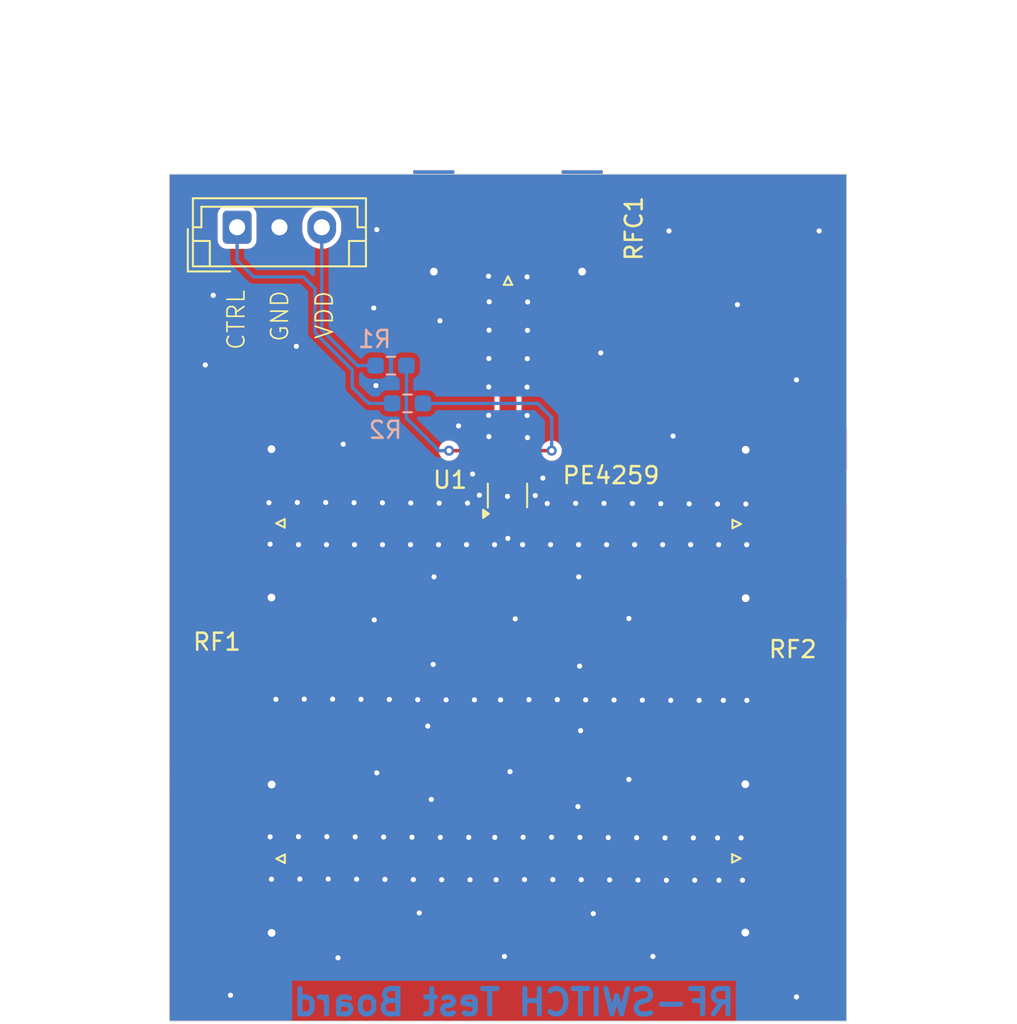
<source format=kicad_pcb>
(kicad_pcb (version 20240108) (generator "pcbnew") (generator_version "8.0")
  (layers (0 "F.Cu" signal) (31 "B.Cu" signal) (34 "B.Paste" user) (35 "F.Paste" user) (36 "B.SilkS" user "B.Silkscreen") (37 "F.SilkS" user "F.Silkscreen") (38 "B.Mask" user) (39 "F.Mask" user) (44 "Edge.Cuts" user))
  (net 0 "")
  (net 1 "GND")
  (net 2 "Net-(RF1-In)")
  (net 3 "Net-(RF2-In)")
  (net 4 "Net-(RFC1-In)")
  (net 5 "Net-(J5-In)")
  (net 6 "Net-(J1-Pin_3)")
  (net 7 "Net-(U1-V1)")
  (net 8 "Net-(J1-Pin_1)")
  (net 9 "Net-(U1-V2)")
  (footprint "Connector_Coaxial:SMA_Molex_73251-1153_EdgeMount_Horizontal" (layer "F.Cu") (at 170 51 -90)
    (property "Reference" "RFC1" (at -0.83 -7.44 90) (layer "F.SilkS"))
    (property "Value" "Conn_Coaxial" (hide yes))
    (fp_line (start 2.5 0.25) (end 2 0) (stroke (width 0.12)) (layer "F.SilkS"))
    (fp_line (start 2 0) (end 2.5 -0.25) (stroke (width 0.12)) (layer "F.SilkS"))
    (fp_line (start 2.5 -0.25) (end 2.5 0.25) (stroke (width 0.12)) (layer "F.SilkS"))
    (pad "1" smd rect (at -1.24 0 270) (size 5.08 2.29) (layers "F.Cu" "F.Paste" "F.Mask") (net 4 "Net-(RFC1-In)"))
    (pad "2" smd rect (at -1.72 -4.38 270) (size 5.08 2.42) (layers "F.Cu" "F.Paste" "F.Mask") (net 1 "GND"))
    (pad "2" smd rect (at -1.72 -4.38 270) (size 5.08 2.42) (layers "B.Cu" "B.Paste" "B.Mask") (net 1 "GND"))
    (pad "2" smd rect (at -1.72 4.38 270) (size 5.08 2.42) (layers "F.Cu" "F.Paste" "F.Mask") (net 1 "GND"))
    (pad "2" smd rect (at -1.72 4.38 270) (size 5.08 2.42) (layers "B.Cu" "B.Paste" "B.Mask") (net 1 "GND"))
    (pad "2" smd rect (at 1.27 -4.38 270) (size 0.95 0.46) (layers "F.Cu") (net 1 "GND"))
    (pad "2" smd rect (at 1.27 -4.38 270) (size 0.95 0.46) (layers "B.Cu") (net 1 "GND"))
    (pad "2" smd rect (at 1.27 4.38 270) (size 0.95 0.46) (layers "F.Cu") (net 1 "GND"))
    (pad "2" smd rect (at 1.27 4.38 270) (size 0.95 0.46) (layers "B.Cu") (net 1 "GND"))
    (pad "2" thru_hole circle (at 1.72 -4.38 270) (size 0.97 0.97) (drill 0.46) (layers "*.Cu") (net 1 "GND"))
    (pad "2" thru_hole circle (at 1.72 4.38 270) (size 0.97 0.97) (drill 0.46) (layers "*.Cu") (net 1 "GND"))
  )
  (footprint "Connector_Coaxial:SMA_Molex_73251-1153_EdgeMount_Horizontal" (layer "F.Cu") (at 154.31 67.58)
    (property "Reference" "RF1" (at -1.5 7 0) (layer "F.SilkS"))
    (property "Value" "Conn_Coaxial" (hide yes))
    (fp_line (start 2 0) (end 2.5 -0.25) (stroke (width 0.12)) (layer "F.SilkS"))
    (fp_line (start 2.5 -0.25) (end 2.5 0.25) (stroke (width 0.12)) (layer "F.SilkS"))
    (fp_line (start 2.5 0.25) (end 2 0) (stroke (width 0.12)) (layer "F.SilkS"))
    (pad "1" smd rect (at -1.72 0) (size 5.08 2.29) (layers "F.Cu" "F.Paste" "F.Mask") (net 2 "Net-(RF1-In)"))
    (pad "2" smd rect (at -1.72 -4.38) (size 5.08 2.42) (layers "F.Cu" "F.Paste" "F.Mask") (net 1 "GND"))
    (pad "2" smd rect (at -1.72 -4.38) (size 5.08 2.42) (layers "B.Cu" "B.Paste" "B.Mask") (net 1 "GND"))
    (pad "2" smd rect (at -1.72 4.38) (size 5.08 2.42) (layers "F.Cu" "F.Paste" "F.Mask") (net 1 "GND"))
    (pad "2" smd rect (at -1.72 4.38) (size 5.08 2.42) (layers "B.Cu" "B.Paste" "B.Mask") (net 1 "GND"))
    (pad "2" smd rect (at 1.27 -4.38) (size 0.95 0.46) (layers "F.Cu") (net 1 "GND"))
    (pad "2" smd rect (at 1.27 -4.38) (size 0.95 0.46) (layers "B.Cu") (net 1 "GND"))
    (pad "2" smd rect (at 1.27 4.38) (size 0.95 0.46) (layers "F.Cu") (net 1 "GND"))
    (pad "2" smd rect (at 1.27 4.38) (size 0.95 0.46) (layers "B.Cu") (net 1 "GND"))
    (pad "2" thru_hole circle (at 1.72 -4.38) (size 0.97 0.97) (drill 0.46) (layers "*.Cu") (net 1 "GND"))
    (pad "2" thru_hole circle (at 1.72 4.38) (size 0.97 0.97) (drill 0.46) (layers "*.Cu") (net 1 "GND"))
  )
  (footprint "Connector_Coaxial:SMA_Molex_73251-1153_EdgeMount_Horizontal" (layer "F.Cu") (at 185.74 87.36 180)
    (property "Reference" "J6" (hide yes))
    (property "Value" "Conn_Coaxial" (hide yes))
    (fp_line (start 2.5 0.25) (end 2 0) (stroke (width 0.12)) (layer "F.SilkS"))
    (fp_line (start 2.5 -0.25) (end 2.5 0.25) (stroke (width 0.12)) (layer "F.SilkS"))
    (fp_line (start 2 0) (end 2.5 -0.25) (stroke (width 0.12)) (layer "F.SilkS"))
    (pad "1" smd rect (at -1.72 0 180) (size 5.08 2.29) (layers "F.Cu" "F.Paste" "F.Mask") (net 5 "Net-(J5-In)"))
    (pad "2" smd rect (at -1.72 -4.38 180) (size 5.08 2.42) (layers "F.Cu" "F.Paste" "F.Mask") (net 1 "GND"))
    (pad "2" smd rect (at -1.72 -4.38 180) (size 5.08 2.42) (layers "B.Cu" "B.Paste" "B.Mask") (net 1 "GND"))
    (pad "2" smd rect (at -1.72 4.38 180) (size 5.08 2.42) (layers "F.Cu" "F.Paste" "F.Mask") (net 1 "GND"))
    (pad "2" smd rect (at -1.72 4.38 180) (size 5.08 2.42) (layers "B.Cu" "B.Paste" "B.Mask") (net 1 "GND"))
    (pad "2" smd rect (at 1.27 -4.38 180) (size 0.95 0.46) (layers "F.Cu") (net 1 "GND"))
    (pad "2" smd rect (at 1.27 -4.38 180) (size 0.95 0.46) (layers "B.Cu") (net 1 "GND"))
    (pad "2" smd rect (at 1.27 4.38 180) (size 0.95 0.46) (layers "F.Cu") (net 1 "GND"))
    (pad "2" smd rect (at 1.27 4.38 180) (size 0.95 0.46) (layers "B.Cu") (net 1 "GND"))
    (pad "2" thru_hole circle (at 1.72 -4.38 180) (size 0.97 0.97) (drill 0.46) (layers "*.Cu") (net 1 "GND"))
    (pad "2" thru_hole circle (at 1.72 4.38 180) (size 0.97 0.97) (drill 0.46) (layers "*.Cu") (net 1 "GND"))
  )
  (footprint "Connector_Coaxial:SMA_Molex_73251-1153_EdgeMount_Horizontal" (layer "F.Cu") (at 185.76 67.62 180)
    (property "Reference" "RF2" (at -1.06 -7.4 0) (layer "F.SilkS"))
    (property "Value" "Conn_Coaxial" (hide yes))
    (fp_line (start 2.5 0.25) (end 2 0) (stroke (width 0.12)) (layer "F.SilkS"))
    (fp_line (start 2.5 -0.25) (end 2.5 0.25) (stroke (width 0.12)) (layer "F.SilkS"))
    (fp_line (start 2 0) (end 2.5 -0.25) (stroke (width 0.12)) (layer "F.SilkS"))
    (pad "1" smd rect (at -1.72 0 180) (size 5.08 2.29) (layers "F.Cu" "F.Paste" "F.Mask") (net 3 "Net-(RF2-In)"))
    (pad "2" smd rect (at -1.72 -4.38 180) (size 5.08 2.42) (layers "F.Cu" "F.Paste" "F.Mask") (net 1 "GND"))
    (pad "2" smd rect (at -1.72 -4.38 180) (size 5.08 2.42) (layers "B.Cu" "B.Paste" "B.Mask") (net 1 "GND"))
    (pad "2" smd rect (at -1.72 4.38 180) (size 5.08 2.42) (layers "F.Cu" "F.Paste" "F.Mask") (net 1 "GND"))
    (pad "2" smd rect (at -1.72 4.38 180) (size 5.08 2.42) (layers "B.Cu" "B.Paste" "B.Mask") (net 1 "GND"))
    (pad "2" smd rect (at 1.27 -4.38 180) (size 0.95 0.46) (layers "F.Cu") (net 1 "GND"))
    (pad "2" smd rect (at 1.27 -4.38 180) (size 0.95 0.46) (layers "B.Cu") (net 1 "GND"))
    (pad "2" smd rect (at 1.27 4.38 180) (size 0.95 0.46) (layers "F.Cu") (net 1 "GND"))
    (pad "2" smd rect (at 1.27 4.38 180) (size 0.95 0.46) (layers "B.Cu") (net 1 "GND"))
    (pad "2" thru_hole circle (at 1.72 -4.38 180) (size 0.97 0.97) (drill 0.46) (layers "*.Cu") (net 1 "GND"))
    (pad "2" thru_hole circle (at 1.72 4.38 180) (size 0.97 0.97) (drill 0.46) (layers "*.Cu") (net 1 "GND"))
  )
  (footprint "Package_TO_SOT_SMD:SOT-363_SC-70-6_Handsoldering" (layer "F.Cu") (at 169.97 65.9375 90)
    (property "Reference" "U1" (at 0.9175 -3.39 180) (layer "F.SilkS"))
    (property "Value" "PE4259" (at 1.1875 6.12 0) (layer "F.SilkS"))
    (fp_line (start -0.71 -1.16) (end 0.7 -1.16) (stroke (width 0.12)) (layer "F.SilkS"))
    (fp_line (start -0.7 1.16) (end 0.7 1.16) (stroke (width 0.12)) (layer "F.SilkS"))
    (fp_poly (pts (xy -1.08 -1.11) (xy -1.32 -1.44) (xy -0.84 -1.44) (xy -1.08 -1.11)) (stroke (width 0.12)) (fill solid) (layer "F.SilkS"))
    (pad "1" smd roundrect (at -1.33 -0.65 90) (size 1.5 0.4) (layers "F.Cu" "F.Paste" "F.Mask") (net 2 "Net-(RF1-In)"))
    (pad "2" smd roundrect (at -1.33 0 90) (size 1.5 0.4) (layers "F.Cu" "F.Paste" "F.Mask") (net 1 "GND"))
    (pad "3" smd roundrect (at -1.33 0.65 90) (size 1.5 0.4) (layers "F.Cu" "F.Paste" "F.Mask") (net 3 "Net-(RF2-In)"))
    (pad "4" smd roundrect (at 1.33 0.65 90) (size 1.5 0.4) (layers "F.Cu" "F.Paste" "F.Mask") (net 9 "Net-(U1-V2)"))
    (pad "5" smd roundrect (at 1.33 0 90) (size 1.5 0.4) (layers "F.Cu" "F.Paste" "F.Mask") (net 4 "Net-(RFC1-In)"))
    (pad "6" smd roundrect (at 1.33 -0.65 90) (size 1.5 0.4) (layers "F.Cu" "F.Paste" "F.Mask") (net 7 "Net-(U1-V1)"))
  )
  (footprint "Connector_JST:JST_EH_B3B-EH-A_1x03_P2.50mm_Vertical" (layer "F.Cu") (at 154 50.1)
    (property "Reference" "J1" (hide yes))
    (property "Value" "Conn_01x03_Socket" (hide yes))
    (fp_line (start -2.91 0.11) (end -2.91 2.61) (stroke (width 0.12)) (layer "F.SilkS"))
    (fp_line (start -2.91 2.61) (end -0.41 2.61) (stroke (width 0.12)) (layer "F.SilkS"))
    (fp_line (start -2.61 -1.71) (end -2.61 2.31) (stroke (width 0.12)) (layer "F.SilkS"))
    (fp_line (start -2.61 0) (end -2.11 0) (stroke (width 0.12)) (layer "F.SilkS"))
    (fp_line (start -2.61 0.81) (end -1.61 0.81) (stroke (width 0.12)) (layer "F.SilkS"))
    (fp_line (start -2.61 2.31) (end 7.61 2.31) (stroke (width 0.12)) (layer "F.SilkS"))
    (fp_line (start -2.11 -1.21) (end 7.11 -1.21) (stroke (width 0.12)) (layer "F.SilkS"))
    (fp_line (start -2.11 0) (end -2.11 -1.21) (stroke (width 0.12)) (layer "F.SilkS"))
    (fp_line (start -1.61 0.81) (end -1.61 2.31) (stroke (width 0.12)) (layer "F.SilkS"))
    (fp_line (start 6.61 0.81) (end 6.61 2.31) (stroke (width 0.12)) (layer "F.SilkS"))
    (fp_line (start 7.11 -1.21) (end 7.11 0) (stroke (width 0.12)) (layer "F.SilkS"))
    (fp_line (start 7.11 0) (end 7.61 0) (stroke (width 0.12)) (layer "F.SilkS"))
    (fp_line (start 7.61 -1.71) (end -2.61 -1.71) (stroke (width 0.12)) (layer "F.SilkS"))
    (fp_line (start 7.61 0.81) (end 6.61 0.81) (stroke (width 0.12)) (layer "F.SilkS"))
    (fp_line (start 7.61 2.31) (end 7.61 -1.71) (stroke (width 0.12)) (layer "F.SilkS"))
    (pad "1" thru_hole roundrect (at 0 0) (size 1.7 1.95) (drill 0.95) (layers "*.Cu" "*.Mask") (roundrect_rratio 0.147059) (net 8 "Net-(J1-Pin_1)"))
    (pad "2" thru_hole oval (at 2.5 0) (size 1.7 1.95) (drill 0.95) (layers "*.Cu" "*.Mask") (net 1 "GND"))
    (pad "3" thru_hole oval (at 5 0) (size 1.7 1.95) (drill 0.95) (layers "*.Cu" "*.Mask") (net 6 "Net-(J1-Pin_3)"))
  )
  (footprint "Connector_Coaxial:SMA_Molex_73251-1153_EdgeMount_Horizontal" (layer "F.Cu") (at 154.32 87.38)
    (property "Reference" "J5" (hide yes))
    (property "Value" "Conn_Coaxial" (hide yes))
    (fp_line (start 2 0) (end 2.5 -0.25) (stroke (width 0.12)) (layer "F.SilkS"))
    (fp_line (start 2.5 -0.25) (end 2.5 0.25) (stroke (width 0.12)) (layer "F.SilkS"))
    (fp_line (start 2.5 0.25) (end 2 0) (stroke (width 0.12)) (layer "F.SilkS"))
    (pad "1" smd rect (at -1.72 0) (size 5.08 2.29) (layers "F.Cu" "F.Paste" "F.Mask") (net 5 "Net-(J5-In)"))
    (pad "2" smd rect (at -1.72 -4.38) (size 5.08 2.42) (layers "F.Cu" "F.Paste" "F.Mask") (net 1 "GND"))
    (pad "2" smd rect (at -1.72 -4.38) (size 5.08 2.42) (layers "B.Cu" "B.Paste" "B.Mask") (net 1 "GND"))
    (pad "2" smd rect (at -1.72 4.38) (size 5.08 2.42) (layers "F.Cu" "F.Paste" "F.Mask") (net 1 "GND"))
    (pad "2" smd rect (at -1.72 4.38) (size 5.08 2.42) (layers "B.Cu" "B.Paste" "B.Mask") (net 1 "GND"))
    (pad "2" smd rect (at 1.27 -4.38) (size 0.95 0.46) (layers "F.Cu") (net 1 "GND"))
    (pad "2" smd rect (at 1.27 -4.38) (size 0.95 0.46) (layers "B.Cu") (net 1 "GND"))
    (pad "2" smd rect (at 1.27 4.38) (size 0.95 0.46) (layers "F.Cu") (net 1 "GND"))
    (pad "2" smd rect (at 1.27 4.38) (size 0.95 0.46) (layers "B.Cu") (net 1 "GND"))
    (pad "2" thru_hole circle (at 1.72 -4.38) (size 0.97 0.97) (drill 0.46) (layers "*.Cu") (net 1 "GND"))
    (pad "2" thru_hole circle (at 1.72 4.38) (size 0.97 0.97) (drill 0.46) (layers "*.Cu") (net 1 "GND"))
  )
  (footprint "Resistor_SMD:R_0603_1608Metric_Pad0.98x0.95mm_HandSolder" (layer "B.Cu") (at 163.09 58.27 180)
    (property "Reference" "R1" (at 0.97 1.56 0) (layer "B.SilkS") (effects (justify mirror)))
    (property "Value" "1k")
    (fp_line (start 0.254724 0.5225) (end -0.254724 0.5225) (stroke (width 0.12)) (layer "B.SilkS"))
    (fp_line (start 0.254724 -0.5225) (end -0.254724 -0.5225) (stroke (width 0.12)) (layer "B.SilkS"))
    (pad "1" smd roundrect (at -0.9125 0 180) (size 0.975 0.95) (layers "B.Cu" "B.Paste" "B.Mask") (net 7 "Net-(U1-V1)"))
    (pad "2" smd roundrect (at 0.9125 0 180) (size 0.975 0.95) (layers "B.Cu" "B.Paste" "B.Mask") (net 6 "Net-(J1-Pin_3)"))
  )
  (footprint "Resistor_SMD:R_0603_1608Metric_Pad0.98x0.95mm_HandSolder" (layer "B.Cu") (at 164.0675 60.5 180)
    (property "Reference" "R2" (at 1.3075 -1.57 0) (layer "B.SilkS") (effects (justify mirror)))
    (property "Value" "1k")
    (fp_line (start 0.254724 0.5225) (end -0.254724 0.5225) (stroke (width 0.12)) (layer "B.SilkS"))
    (fp_line (start 0.254724 -0.5225) (end -0.254724 -0.5225) (stroke (width 0.12)) (layer "B.SilkS"))
    (pad "1" smd roundrect (at -0.9125 0 180) (size 0.975 0.95) (layers "B.Cu" "B.Paste" "B.Mask") (net 9 "Net-(U1-V2)"))
    (pad "2" smd roundrect (at 0.9125 0 180) (size 0.975 0.95) (layers "B.Cu" "B.Paste" "B.Mask") (net 8 "Net-(J1-Pin_1)"))
  )
  (gr_rect (start 150 46.97) (end 190 96.97) (stroke (width 0.05)) (fill none) (layer "Edge.Cuts"))
  (gr_text "DJ1YR" (at 190 46.97 180) (layer "F.Cu") (effects (font (size 1.5 1.5) (thickness 0.3) (bold yes)) (justify left bottom)))
  (gr_text "RF-SWITCH Test Board" (at 183.55 96.74 0) (layer "B.Cu") (effects (font (size 1.5 1.5) (thickness 0.3) (bold yes)) (justify left bottom mirror)))
  (gr_text "VDD" (at 159.74 56.77 90) (layer "F.SilkS") (effects (font (size 1 1) (thickness 0.1)) (justify left bottom)))
  (gr_text "GND" (at 157.1 56.93 90) (layer "F.SilkS") (effects (font (size 1 1) (thickness 0.1)) (justify left bottom)))
  (gr_text "CTRL" (at 154.53 57.42 90) (layer "F.SilkS") (effects (font (size 1 1) (thickness 0.1)) (justify left bottom)))
  (via (at 152.59 54.12) (size 0.6) (drill 0.3) (layers "F.Cu" "B.Cu") (net 1))
  (via (at 174.29 79.82) (size 0.6) (drill 0.3) (layers "F.Cu" "B.Cu") (net 1))
  (via (at 179.13606 68.84) (size 0.6) (drill 0.3) (layers "F.Cu" "B.Cu") (net 1))
  (via (at 156.29 77.97) (size 0.6) (drill 0.3) (layers "F.Cu" "B.Cu") (net 1))
  (via (at 168.87 62.46) (size 0.6) (drill 0.3) (layers "F.Cu" "B.Cu") (net 1))
  (via (at 183.85 88.65) (size 0.6) (drill 0.3) (layers "F.Cu" "B.Cu") (net 1))
  (via (at 170.895714 86.11) (size 0.6) (drill 0.3) (layers "F.Cu" "B.Cu") (net 1))
  (via (at 182.38 86.15) (size 0.6) (drill 0.3) (layers "F.Cu" "B.Cu") (net 1))
  (via (at 171.13 59.538572) (size 0.6) (drill 0.3) (layers "F.Cu" "B.Cu") (net 1))
  (via (at 164.32857 86.11) (size 0.6) (drill 0.3) (layers "F.Cu" "B.Cu") (net 1))
  (via (at 161.317142 77.97) (size 0.6) (drill 0.3) (layers "F.Cu" "B.Cu") (net 1))
  (via (at 172.651428 88.61) (size 0.6) (drill 0.3) (layers "F.Cu" "B.Cu") (net 1))
  (via (at 162.652856 86.1) (size 0.6) (drill 0.3) (layers "F.Cu" "B.Cu") (net 1))
  (via (at 159.96 93.23) (size 0.6) (drill 0.3) (layers "F.Cu" "B.Cu") (net 1))
  (via (at 164.66857 77.99) (size 0.6) (drill 0.3) (layers "F.Cu" "B.Cu") (net 1))
  (via (at 168.86 61.204286) (size 0.6) (drill 0.3) (layers "F.Cu" "B.Cu") (net 1))
  (via (at 167.08 61.83) (size 0.6) (drill 0.3) (layers "F.Cu" "B.Cu") (net 1))
  (via (at 169.22 86.12) (size 0.6) (drill 0.3) (layers "F.Cu" "B.Cu") (net 1))
  (via (at 176.002856 88.63) (size 0.6) (drill 0.3) (layers "F.Cu" "B.Cu") (net 1))
  (via (at 168.31 65.92) (size 0.6) (drill 0.3) (layers "F.Cu" "B.Cu") (net 1))
  (via (at 177.67857 88.64) (size 0.6) (drill 0.3) (layers "F.Cu" "B.Cu") (net 1))
  (via (at 170.86285 68.84) (size 0.6) (drill 0.3) (layers "F.Cu" "B.Cu") (net 1))
  (via (at 172.571428 86.11) (size 0.6) (drill 0.3) (layers "F.Cu" "B.Cu") (net 1))
  (via (at 168.87 57.852858) (size 0.6) (drill 0.3) (layers "F.Cu" "B.Cu") (net 1))
  (via (at 169.56 78) (size 0.6) (drill 0.3) (layers "F.Cu" "B.Cu") (net 1))
  (via (at 171.14 57.862858) (size 0.6) (drill 0.3) (layers "F.Cu" "B.Cu") (net 1))
  (via (at 168.85 52.99) (size 0.6) (drill 0.3) (layers "F.Cu" "B.Cu") (net 1))
  (via (at 168.89 54.50143) (size 0.6) (drill 0.3) (layers "F.Cu" "B.Cu") (net 1))
  (via (at 170.975714 88.61) (size 0.6) (drill 0.3) (layers "F.Cu" "B.Cu") (net 1))
  (via (at 165.934284 66.39) (size 0.6) (drill 0.3) (layers "F.Cu" "B.Cu") (net 1))
  (via (at 159.280356 68.84) (size 0.6) (drill 0.3) (layers "F.Cu" "B.Cu") (net 1))
  (via (at 173.995714 66.4) (size 0.6) (drill 0.3) (layers "F.Cu" "B.Cu") (net 1))
  (via (at 174.18 70.74) (size 0.6) (drill 0.3) (layers "F.Cu" "B.Cu") (net 1))
  (via (at 164.25857 66.38) (size 0.6) (drill 0.3) (layers "F.Cu" "B.Cu") (net 1))
  (via (at 177.59857 86.14) (size 0.6) (drill 0.3) (layers "F.Cu" "B.Cu") (net 1))
  (via (at 174.13 84.3) (size 0.6) (drill 0.3) (layers "F.Cu" "B.Cu") (net 1))
  (via (at 171.13 53.03) (size 0.6) (drill 0.3) (layers "F.Cu" "B.Cu") (net 1))
  (via (at 184.05 66.44) (size 0.6) (drill 0.3) (layers "F.Cu" "B.Cu") (net 1))
  (via (at 180.95 86.15) (size 0.6) (drill 0.3) (layers "F.Cu" "B.Cu") (net 1))
  (via (at 179.51 50.32) (size 0.6) (drill 0.3) (layers "F.Cu" "B.Cu") (net 1))
  (via (at 175.04 90.62) (size 0.6) (drill 0.3) (layers "F.Cu" "B.Cu") (net 1))
  (via (at 169.99 68.47) (size 0.6) (drill 0.3) (layers "F.Cu" "B.Cu") (net 1))
  (via (at 161.057142 88.59) (size 0.6) (drill 0.3) (layers "F.Cu" "B.Cu") (net 1))
  (via (at 182.374284 66.44) (size 0.6) (drill 0.3) (layers "F.Cu" "B.Cu") (net 1))
  (via (at 162.2 59.45) (size 0.6) (drill 0.3) (layers "F.Cu" "B.Cu") (net 1))
  (via (at 179.614284 78.03) (size 0.6) (drill 0.3) (layers "F.Cu" "B.Cu") (net 1))
  (via (at 165.58 75.91) (size 0.6) (drill 0.3) (layers "F.Cu" "B.Cu") (net 1))
  (via (at 179.354284 88.65) (size 0.6) (drill 0.3) (layers "F.Cu" "B.Cu") (net 1))
  (via (at 184.1 68.84) (size 0.6) (drill 0.3) (layers "F.Cu" "B.Cu") (net 1))
  (via (at 174.172134 68.84) (size 0.6) (drill 0.3) (layers "F.Cu" "B.Cu") (net 1))
  (via (at 169.97 65.99) (size 0.6) (drill 0.3) (layers "F.Cu" "B.Cu") (net 1))
  (via (at 162.25 82.31) (size 0.6) (drill 0.3) (layers "F.Cu" "B.Cu") (net 1))
  (via (at 180.69857 66.43) (size 0.6) (drill 0.3) (layers "F.Cu" "B.Cu") (net 1))
  (via (at 164.40857 88.61) (size 0.6) (drill 0.3) (layers "F.Cu" "B.Cu") (net 1))
  (via (at 157.5 57.13) (size 0.6) (drill 0.3) (layers "F.Cu" "B.Cu") (net 1))
  (via (at 160.907142 66.36) (size 0.6) (drill 0.3) (layers "F.Cu" "B.Cu") (net 1))
  (via (at 179.274284 86.15) (size 0.6) (drill 0.3) (layers "F.Cu" "B.Cu") (net 1))
  (via (at 184.11 78.03) (size 0.6) (drill 0.3) (layers "F.Cu" "B.Cu") (net 1))
  (via (at 160.934998 68.84) (size 0.6) (drill 0.3) (layers "F.Cu" "B.Cu") (net 1))
  (via (at 159.301428 86.08) (size 0.6) (drill 0.3) (layers "F.Cu" "B.Cu") (net 1))
  (via (at 167.76 88.62) (size 0.6) (drill 0.3) (layers "F.Cu" "B.Cu") (net 1))
  (via (at 181.29 78.03) (size 0.6) (drill 0.3) (layers "F.Cu" "B.Cu") (net 1))
  (via (at 162.732856 88.6) (size 0.6) (drill 0.3) (layers "F.Cu" "B.Cu") (net 1))
  (via (at 177.347142 66.41) (size 0.6) (drill 0.3) (layers "F.Cu" "B.Cu") (net 1))
  (via (at 164.76 90.58) (size 0.6) (drill 0.3) (layers "F.Cu" "B.Cu") (net 1))
  (via (at 177.14 73.2) (size 0.6) (drill 0.3) (layers "F.Cu" "B.Cu") (net 1))
  (via (at 182.46 88.65) (size 0.6) (drill 0.3) (layers "F.Cu" "B.Cu") (net 1))
  (via (at 170.12 82.24) (size 0.6) (drill 0.3) (layers "F.Cu" "B.Cu") (net 1))
  (via (at 167.91 64.67) (size 0.6) (drill 0.3) (layers "F.Cu" "B.Cu") (net 1))
  (via (at 155.88 66.36) (size 0.6) (drill 0.3) (layers "F.Cu" "B.Cu") (net 1))
  (via (at 162.582856 66.37) (size 0.6) (drill 0.3) (layers "F.Cu" "B.Cu") (net 1))
  (via (at 177.14 82.7) (size 0.6) (drill 0.3) (layers "F.Cu" "B.Cu") (net 1))
  (via (at 171.15 56.187144) (size 0.6) (drill 0.3) (layers "F.Cu" "B.Cu") (net 1))
  (via (at 177.93857 78.02) (size 0.6) (drill 0.3) (layers "F.Cu" "B.Cu") (net 1))
  (via (at 166.084284 88.62) (size 0.6) (drill 0.3) (layers "F.Cu" "B.Cu") (net 1))
  (via (at 175.826776 68.84) (size 0.6) (drill 0.3) (layers "F.Cu" "B.Cu") (net 1))
  (via (at 167.553566 68.84) (size 0.6) (drill 0.3) (layers "F.Cu" "B.Cu") (net 1))
  (via (at 159.641428 77.96) (size 0.6) (drill 0.3) (layers "F.Cu" "B.Cu") (net 1))
  (via (at 169.208208 68.84) (size 0.6) (drill 0.3) (layers "F.Cu" "B.Cu") (net 1))
  (via (at 171.15 62.52) (size 0.6) (drill 0.3) (layers "F.Cu" "B.Cu") (net 1))
  (via (at 168.02 78) (size 0.6) (drill 0.3) (layers "F.Cu" "B.Cu") (net 1))
  (via (at 175.922856 86.13) (size 0.6) (drill 0.3) (layers "F.Cu" "B.Cu") (net 1))
  (via (at 174.247142 86.12) (size 0.6) (drill 0.3) (layers "F.Cu" "B.Cu") (net 1))
  (via (at 160.27 62.91) (size 0.6) (drill 0.3) (layers "F.Cu" "B.Cu") (net 1))
  (via (at 157.705714 88.58) (size 0.6) (drill 0.3) (layers "F.Cu" "B.Cu") (net 1))
  (via (at 165.98 55.62) (size 0.6) (drill 0.3) (layers "F.Cu" "B.Cu") (net 1))
  (via (at 162.25 50.24) (size 0.6) (drill 0.3) (layers "F.Cu" "B.Cu") (net 1))
  (via (at 183.55 54.67) (size 0.6) (drill 0.3) (layers "F.Cu" "B.Cu") (net 1))
  (via (at 162.992856 77.98) (size 0.6) (drill 0.3) (layers "F.Cu" "B.Cu") (net 1))
  (via (at 165.898924 68.84) (size 0.6) (drill 0.3) (layers "F.Cu" "B.Cu") (net 1))
  (via (at 172.517492 68.84) (size 0.6) (drill 0.3) (layers "F.Cu" "B.Cu") (net 1))
  (via (at 179.75 62.43) (size 0.6) (drill 0.3) (layers "F.Cu" "B.Cu") (net 1))
  (via (at 172.32 66.41) (size 0.6) (drill 0.3) (layers "F.Cu" "B.Cu") (net 1))
  (via (at 172.06 64.91) (size 0.6) (drill 0.3) (layers "F.Cu" "B.Cu") (net 1))
  (via (at 175.48 57.52) (size 0.6) (drill 0.3) (layers "F.Cu" "B.Cu") (net 1))
  (via (at 168.86 59.528572) (size 0.6) (drill 0.3) (layers "F.Cu" "B.Cu") (net 1))
  (via (at 160.977142 86.09) (size 0.6) (drill 0.3) (layers "F.Cu" "B.Cu") (net 1))
  (via (at 155.95 68.81) (size 0.6) (drill 0.3) (layers "F.Cu" "B.Cu") (net 1))
  (via (at 174.327142 88.62) (size 0.6) (drill 0.3) (layers "F.Cu" "B.Cu") (net 1))
  (via (at 156.03 88.59) (size 0.6) (drill 0.3) (layers "F.Cu" "B.Cu") (net 1))
  (via (at 169.79 93.15) (size 0.6) (drill 0.3) (layers "F.Cu" "B.Cu") (net 1))
  (via (at 169.3 88.62) (size 0.6) (drill 0.3) (layers "F.Cu" "B.Cu") (net 1))
  (via (at 162.58964 68.84) (size 0.6) (drill 0.3) (layers "F.Cu" "B.Cu") (net 1))
  (via (at 183.77 86.15) (size 0.6) (drill 0.3) (layers "F.Cu" "B.Cu") (net 1))
  (via (at 172.911428 77.99) (size 0.6) (drill 0.3) (layers "F.Cu" "B.Cu") (net 1))
  (via (at 167.61 66.39) (size 0.6) (drill 0.3) (layers "F.Cu" "B.Cu") (net 1))
  (via (at 162.1 73.28) (size 0.6) (drill 0.3) (layers "F.Cu" "B.Cu") (net 1))
  (via (at 166.004284 86.12) (size 0.6) (drill 0.3) (layers "F.Cu" "B.Cu") (net 1))
  (via (at 180.790702 68.84) (size 0.6) (drill 0.3) (layers "F.Cu" "B.Cu") (net 1))
  (via (at 171.16 54.51143) (size 0.6) (drill 0.3) (layers "F.Cu" "B.Cu") (net 1))
  (via (at 181.03 88.65) (size 0.6) (drill 0.3) (layers "F.Cu" "B.Cu") (net 1))
  (via (at 167.68 86.12) (size 0.6) (drill 0.3) (layers "F.Cu" "B.Cu") (net 1))
  (via (at 155.95 86.09) (size 0.6) (drill 0.3) (layers "F.Cu" "B.Cu") (net 1))
  (via (at 174.23 76.01) (size 0.6) (drill 0.3) (layers "F.Cu" "B.Cu") (net 1))
  (via (at 165.63 70.74) (size 0.6) (drill 0.3) (layers "F.Cu" "B.Cu") (net 1))
  (via (at 182.445344 68.84) (size 0.6) (drill 0.3) (layers "F.Cu" "B.Cu") (net 1))
  (via (at 165.47 83.88) (size 0.6) (drill 0.3) (layers "F.Cu" "B.Cu") (net 1))
  (via (at 153.61 95.44) (size 0.6) (drill 0.3) (layers "F.Cu" "B.Cu") (net 1))
  (via (at 170.43 73.22) (size 0.6) (drill 0.3) (layers "F.Cu" "B.Cu") (net 1))
  (via (at 171.235714 77.99) (size 0.6) (drill 0.3) (layers "F.Cu" "B.Cu") (net 1))
  (via (at 166.344284 78) (size 0.6) (drill 0.3) (layers "F.Cu" "B.Cu") (net 1))
  (via (at 165.26 79.55) (size 0.6) (drill 0.3) (layers "F.Cu" "B.Cu") (net 1))
  (via (at 157.555714 66.35) (size 0.6) (drill 0.3) (layers "F.Cu" "B.Cu") (net 1))
  (via (at 176.262856 78.01) (size 0.6) (drill 0.3) (layers "F.Cu" "B.Cu") (net 1))
  (via (at 187.04 95.54) (size 0.6) (drill 0.3) (layers "F.Cu" "B.Cu") (net 1))
  (via (at 179.022856 66.42) (size 0.6) (drill 0.3) (layers "F.Cu" "B.Cu") (net 1))
  (via (at 178.56 93.15) (size 0.6) (drill 0.3) (layers "F.Cu" "B.Cu") (net 1))
  (via (at 162.07 54.87) (size 0.6) (drill 0.3) (layers "F.Cu" "B.Cu") (net 1))
  (via (at 157.965714 77.96) (size 0.6) (drill 0.3) (layers "F.Cu" "B.Cu") (net 1))
  (via (at 188.38 50.32) (size 0.6) (drill 0.3) (layers "F.Cu" "B.Cu") (net 1))
  (via (at 187.04 59.11) (size 0.6) (drill 0.3) (layers "F.Cu" "B.Cu") (net 1))
  (via (at 171.61 65.94) (size 0.6) (drill 0.3) (layers "F.Cu" "B.Cu") (net 1))
  (via (at 175.671428 66.4) (size 0.6) (drill 0.3) (layers "F.Cu" "B.Cu") (net 1))
  (via (at 159.381428 88.58) (size 0.6) (drill 0.3) (layers "F.Cu" "B.Cu") (net 1))
  (via (at 164.244282 68.84) (size 0.6) (drill 0.3) (layers "F.Cu" "B.Cu") (net 1))
  (via (at 157.625714 68.84) (size 0.6) (drill 0.3) (layers "F.Cu" "B.Cu") (net 1))
  (via (at 152.12 58.23) (size 0.6) (drill 0.3) (layers "F.Cu" "B.Cu") (net 1))
  (via (at 168.88 56.177144) (size 0.6) (drill 0.3) (layers "F.Cu" "B.Cu") (net 1))
  (via (at 182.72 78.03) (size 0.6) (drill 0.3) (layers "F.Cu" "B.Cu") (net 1))
  (via (at 157.625714 86.08) (size 0.6) (drill 0.3) (layers "F.Cu" "B.Cu") (net 1))
  (via (at 174.587142 78) (size 0.6) (drill 0.3) (layers "F.Cu" "B.Cu") (net 1))
  (via (at 159.231428 66.35) (size 0.6) (drill 0.3) (layers "F.Cu" "B.Cu") (net 1))
  (via (at 177.481418 68.84) (size 0.6) (drill 0.3) (layers "F.Cu" "B.Cu") (net 1))
  (via (at 171.13 61.214286) (size 0.6) (drill 0.3) (layers "F.Cu" "B.Cu") (net 1))
  (segment (start 152.59 67.58) (end 169.02 67.58) (width 1) (layer "F.Cu") (net 2))
  (segment (start 187.48 67.62) (end 170.94 67.62) (width 1) (layer "F.Cu") (net 3))
  (segment (start 169.97 64.8) (end 169.97 63.66) (width 0.4) (layer "F.Cu") (net 4))
  (segment (start 170 49.76) (end 170 63.23) (width 1) (layer "F.Cu") (net 4))
  (segment (start 152.62 87.36) (end 152.6 87.38) (width 1) (layer "F.Cu") (net 5))
  (segment (start 187.46 87.36) (end 152.62 87.36) (width 1) (layer "F.Cu") (net 5))
  (segment (start 159 50.1) (end 159 56.16) (width 0.2) (layer "B.Cu") (net 6))
  (segment (start 159 56.16) (end 161.11 58.27) (width 0.2) (layer "B.Cu") (net 6))
  (segment (start 161.11 58.27) (end 162.1775 58.27) (width 0.2) (layer "B.Cu") (net 6))
  (segment (start 169.32 64.18) (end 169.32 64.6075) (width 0.2) (layer "F.Cu") (net 7))
  (segment (start 166.52 63.29) (end 168.43 63.29) (width 0.2) (layer "F.Cu") (net 7))
  (segment (start 168.43 63.29) (end 169.32 64.18) (width 0.2) (layer "F.Cu") (net 7))
  (via (at 166.52 63.29) (size 0.6) (drill 0.3) (layers "F.Cu" "B.Cu") (net 7))
  (segment (start 164 61.37) (end 165.92 63.29) (width 0.2) (layer "B.Cu") (net 7))
  (segment (start 164.0025 60.906722) (end 164 60.909222) (width 0.2) (layer "B.Cu") (net 7))
  (segment (start 165.92 63.29) (end 166.52 63.29) (width 0.2) (layer "B.Cu") (net 7))
  (segment (start 164.0025 58.27) (end 164.0025 60.906722) (width 0.2) (layer "B.Cu") (net 7))
  (segment (start 164 60.909222) (end 164 61.37) (width 0.2) (layer "B.Cu") (net 7))
  (segment (start 160.8 58.525686) (end 160.8 59.54) (width 0.2) (layer "B.Cu") (net 8))
  (segment (start 161.63 60.37) (end 161.66 60.37) (width 0.2) (layer "B.Cu") (net 8))
  (segment (start 158.6 53.72) (end 158.6 56.325686) (width 0.2) (layer "B.Cu") (net 8))
  (segment (start 154 50.1) (end 154 52.06) (width 0.2) (layer "B.Cu") (net 8))
  (segment (start 161.66 60.37) (end 161.79 60.5) (width 0.2) (layer "B.Cu") (net 8))
  (segment (start 161.79 60.5) (end 163.155 60.5) (width 0.2) (layer "B.Cu") (net 8))
  (segment (start 154.97 53.03) (end 157.91 53.03) (width 0.2) (layer "B.Cu") (net 8))
  (segment (start 157.91 53.03) (end 158.6 53.72) (width 0.2) (layer "B.Cu") (net 8))
  (segment (start 154 52.06) (end 154.97 53.03) (width 0.2) (layer "B.Cu") (net 8))
  (segment (start 160.8 59.54) (end 161.63 60.37) (width 0.2) (layer "B.Cu") (net 8))
  (segment (start 158.6 56.325686) (end 160.8 58.525686) (width 0.2) (layer "B.Cu") (net 8))
  (segment (start 170.62 64.28) (end 170.62 64.6075) (width 0.2) (layer "F.Cu") (net 9))
  (segment (start 172.58 63.29) (end 171.61 63.29) (width 0.2) (layer "F.Cu") (net 9))
  (segment (start 171.61 63.29) (end 170.62 64.28) (width 0.2) (layer "F.Cu") (net 9))
  (via (at 172.58 63.29) (size 0.6) (drill 0.3) (layers "F.Cu" "B.Cu") (net 9))
  (segment (start 172.58 61.33) (end 171.75 60.5) (width 0.2) (layer "B.Cu") (net 9))
  (segment (start 172.58 63.29) (end 172.58 61.33) (width 0.2) (layer "B.Cu") (net 9))
  (segment (start 164.98 60.5) (end 171.75 60.5) (width 0.2) (layer "B.Cu") (net 9))
  (zone (net 1) (net_name "GND") (layers "F&B.Cu") (connect_pads yes (clearance 0.3)) (min_thickness 0.2) (fill yes (thermal_gap 0.5) (thermal_bridge_width 0.5) (island_removal_mode 1) (island_area_min 10))
    (polygon (pts (xy 150.01 96.95) (xy 190 96.96) (xy 190 46.97) (xy 150 46.97) (xy 150.01 96.97)))
  )
)
</source>
